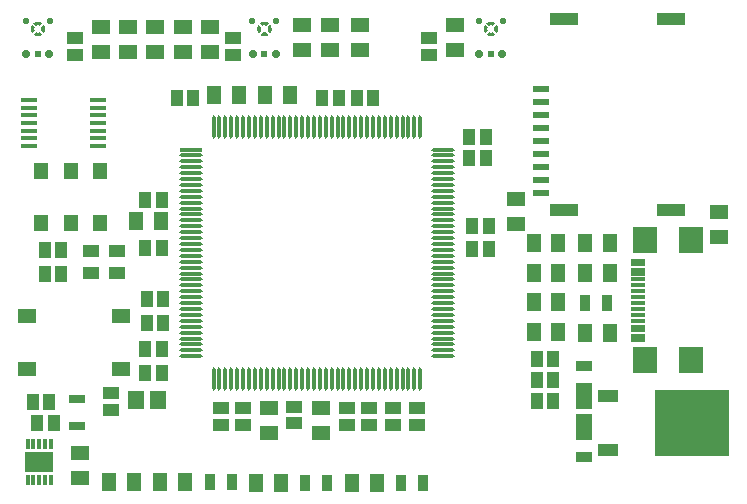
<source format=gbr>
%TF.GenerationSoftware,Altium Limited,Altium Designer,21.9.2 (33)*%
G04 Layer_Color=8421504*
%FSLAX45Y45*%
%MOMM*%
%TF.SameCoordinates,8C9FB855-A7A5-4AEE-82B0-D85B10D48A85*%
%TF.FilePolarity,Positive*%
%TF.FileFunction,Paste,Top*%
%TF.Part,Single*%
G01*
G75*
%TA.AperFunction,SMDPad,CuDef*%
%ADD11R,1.50000X1.20000*%
%TA.AperFunction,ConnectorPad*%
%ADD12R,1.15000X0.30000*%
%ADD13R,2.00000X2.18000*%
%ADD14R,1.40000X0.62000*%
%ADD15R,2.40000X1.10000*%
%TA.AperFunction,SMDPad,CuDef*%
%ADD16R,0.90000X1.40000*%
%ADD17R,1.10000X1.35000*%
%ADD18R,1.45000X0.75000*%
%ADD20C,0.72300*%
%ADD21C,0.56200*%
%ADD22C,0.61200*%
G04:AMPARAMS|DCode=23|XSize=0.31247mm|YSize=1.95524mm|CornerRadius=0.15624mm|HoleSize=0mm|Usage=FLASHONLY|Rotation=0.000|XOffset=0mm|YOffset=0mm|HoleType=Round|Shape=RoundedRectangle|*
%AMROUNDEDRECTD23*
21,1,0.31247,1.64277,0,0,0.0*
21,1,0.00000,1.95524,0,0,0.0*
1,1,0.31247,0.00000,-0.82138*
1,1,0.31247,0.00000,-0.82138*
1,1,0.31247,0.00000,0.82138*
1,1,0.31247,0.00000,0.82138*
%
%ADD23ROUNDEDRECTD23*%
G04:AMPARAMS|DCode=24|XSize=1.95524mm|YSize=0.31247mm|CornerRadius=0.15624mm|HoleSize=0mm|Usage=FLASHONLY|Rotation=0.000|XOffset=0mm|YOffset=0mm|HoleType=Round|Shape=RoundedRectangle|*
%AMROUNDEDRECTD24*
21,1,1.95524,0.00000,0,0,0.0*
21,1,1.64277,0.31247,0,0,0.0*
1,1,0.31247,0.82138,0.00000*
1,1,0.31247,-0.82138,0.00000*
1,1,0.31247,-0.82138,0.00000*
1,1,0.31247,0.82138,0.00000*
%
%ADD24ROUNDEDRECTD24*%
%ADD25R,1.95524X0.31247*%
%ADD26R,1.35000X1.10000*%
%ADD27R,6.35000X5.55000*%
%ADD28R,1.75000X1.00000*%
%ADD29R,1.20000X1.50000*%
%ADD30R,1.55000X1.30000*%
%ADD31R,1.45000X1.05000*%
%ADD32R,1.45490X1.55620*%
%ADD33R,1.20000X1.40000*%
%ADD34R,2.45000X1.70000*%
%ADD35R,0.30000X0.85000*%
%ADD36R,1.40000X0.90000*%
%ADD37R,1.40000X2.20000*%
%ADD38R,1.47500X0.45000*%
G36*
X15700415Y10484940D02*
X15703098Y10484735D01*
X15705769Y10484411D01*
X15708424Y10483968D01*
X15711057Y10483406D01*
X15713663Y10482727D01*
X15716232Y10481932D01*
X15718765Y10481022D01*
X15721255Y10480000D01*
X15723698Y10478868D01*
X15726086Y10477627D01*
X15728416Y10476280D01*
X15730685Y10474831D01*
X15732886Y10473281D01*
X15734605Y10471963D01*
X15712827Y10450183D01*
X15711885Y10450748D01*
X15710922Y10451277D01*
X15709943Y10451770D01*
X15708943Y10452225D01*
X15707928Y10452644D01*
X15706898Y10453024D01*
X15705855Y10453366D01*
X15704799Y10453668D01*
X15703732Y10453932D01*
X15702658Y10454155D01*
X15701576Y10454338D01*
X15700487Y10454480D01*
X15699394Y10454583D01*
X15698299Y10454644D01*
X15697200Y10454664D01*
X15696101Y10454644D01*
X15695006Y10454583D01*
X15693913Y10454480D01*
X15692824Y10454338D01*
X15691742Y10454155D01*
X15690668Y10453932D01*
X15689601Y10453668D01*
X15688545Y10453366D01*
X15687502Y10453024D01*
X15686472Y10452644D01*
X15685457Y10452225D01*
X15684457Y10451770D01*
X15683476Y10451277D01*
X15682515Y10450748D01*
X15681573Y10450183D01*
X15659795Y10471963D01*
X15662363Y10473897D01*
X15664590Y10475408D01*
X15666884Y10476818D01*
X15669237Y10478123D01*
X15671648Y10479322D01*
X15674107Y10480412D01*
X15676616Y10481390D01*
X15679164Y10482255D01*
X15681749Y10483005D01*
X15684364Y10483639D01*
X15687007Y10484155D01*
X15689668Y10484552D01*
X15692346Y10484829D01*
X15695033Y10484987D01*
X15697723Y10485023D01*
X15700415Y10484940D01*
D02*
G37*
G36*
X13782715D02*
X13785397Y10484735D01*
X13788071Y10484411D01*
X13790726Y10483968D01*
X13793356Y10483406D01*
X13795963Y10482727D01*
X13798534Y10481932D01*
X13801067Y10481022D01*
X13803555Y10480000D01*
X13805998Y10478868D01*
X13808386Y10477627D01*
X13810716Y10476280D01*
X13812985Y10474831D01*
X13815186Y10473281D01*
X13816907Y10471963D01*
X13795126Y10450183D01*
X13794185Y10450748D01*
X13793224Y10451277D01*
X13792242Y10451770D01*
X13791243Y10452225D01*
X13790228Y10452644D01*
X13789198Y10453024D01*
X13788155Y10453366D01*
X13787099Y10453668D01*
X13786034Y10453932D01*
X13784958Y10454155D01*
X13783876Y10454338D01*
X13782787Y10454480D01*
X13781694Y10454583D01*
X13780598Y10454644D01*
X13779500Y10454664D01*
X13778403Y10454644D01*
X13777306Y10454583D01*
X13776213Y10454480D01*
X13775124Y10454338D01*
X13774042Y10454155D01*
X13772968Y10453932D01*
X13771901Y10453668D01*
X13770845Y10453366D01*
X13769801Y10453024D01*
X13768771Y10452644D01*
X13767757Y10452225D01*
X13766759Y10451770D01*
X13765778Y10451277D01*
X13764815Y10450748D01*
X13763873Y10450183D01*
X13742094Y10471963D01*
X13744662Y10473897D01*
X13746890Y10475408D01*
X13749184Y10476818D01*
X13751537Y10478123D01*
X13753947Y10479322D01*
X13756409Y10480412D01*
X13758916Y10481390D01*
X13761464Y10482255D01*
X13764049Y10483005D01*
X13766666Y10483639D01*
X13769307Y10484155D01*
X13771970Y10484552D01*
X13774646Y10484829D01*
X13777333Y10484987D01*
X13780025Y10485023D01*
X13782715Y10484940D01*
D02*
G37*
G36*
X11865015D02*
X11867698Y10484735D01*
X11870370Y10484411D01*
X11873025Y10483968D01*
X11875657Y10483406D01*
X11878262Y10482727D01*
X11880833Y10481932D01*
X11883366Y10481022D01*
X11885856Y10480000D01*
X11888298Y10478868D01*
X11890686Y10477627D01*
X11893017Y10476280D01*
X11895285Y10474831D01*
X11897486Y10473281D01*
X11899206Y10471963D01*
X11877427Y10450183D01*
X11876485Y10450748D01*
X11875523Y10451277D01*
X11874542Y10451770D01*
X11873543Y10452225D01*
X11872528Y10452644D01*
X11871498Y10453024D01*
X11870455Y10453366D01*
X11869399Y10453668D01*
X11868333Y10453932D01*
X11867258Y10454155D01*
X11866176Y10454338D01*
X11865087Y10454480D01*
X11863994Y10454583D01*
X11862898Y10454644D01*
X11861800Y10454664D01*
X11860702Y10454644D01*
X11859606Y10454583D01*
X11858513Y10454480D01*
X11857424Y10454338D01*
X11856342Y10454155D01*
X11855267Y10453932D01*
X11854201Y10453668D01*
X11853145Y10453366D01*
X11852102Y10453024D01*
X11851072Y10452644D01*
X11850057Y10452225D01*
X11849058Y10451770D01*
X11848077Y10451277D01*
X11847115Y10450748D01*
X11846173Y10450183D01*
X11824394Y10471963D01*
X11826963Y10473897D01*
X11829191Y10475408D01*
X11831484Y10476818D01*
X11833837Y10478123D01*
X11836247Y10479322D01*
X11838708Y10480412D01*
X11841216Y10481390D01*
X11843764Y10482255D01*
X11846349Y10483005D01*
X11848965Y10483639D01*
X11851607Y10484155D01*
X11854269Y10484552D01*
X11856946Y10484829D01*
X11859633Y10484987D01*
X11862324Y10485023D01*
X11865015Y10484940D01*
D02*
G37*
G36*
X15734605Y10375938D02*
X15732886Y10374619D01*
X15730685Y10373070D01*
X15728416Y10371620D01*
X15726086Y10370274D01*
X15723698Y10369033D01*
X15721255Y10367901D01*
X15718765Y10366878D01*
X15716232Y10365969D01*
X15713663Y10365174D01*
X15711057Y10364494D01*
X15708424Y10363933D01*
X15705769Y10363489D01*
X15703098Y10363165D01*
X15700415Y10362961D01*
X15697723Y10362877D01*
X15695033Y10362914D01*
X15692346Y10363071D01*
X15689668Y10363349D01*
X15687007Y10363746D01*
X15684364Y10364261D01*
X15681749Y10364895D01*
X15679164Y10365645D01*
X15676616Y10366511D01*
X15674107Y10367489D01*
X15671648Y10368579D01*
X15669237Y10369778D01*
X15666884Y10371083D01*
X15664590Y10372493D01*
X15662363Y10374004D01*
X15659795Y10375938D01*
X15681573Y10397717D01*
X15682515Y10397152D01*
X15683476Y10396623D01*
X15684457Y10396131D01*
X15685457Y10395675D01*
X15686472Y10395256D01*
X15687502Y10394876D01*
X15688545Y10394534D01*
X15689601Y10394232D01*
X15690668Y10393969D01*
X15691742Y10393745D01*
X15692824Y10393562D01*
X15693913Y10393419D01*
X15695006Y10393317D01*
X15696101Y10393256D01*
X15697200Y10393236D01*
X15698299Y10393256D01*
X15699394Y10393317D01*
X15700487Y10393419D01*
X15701576Y10393562D01*
X15702658Y10393745D01*
X15703732Y10393969D01*
X15704799Y10394232D01*
X15705855Y10394534D01*
X15706898Y10394876D01*
X15707928Y10395256D01*
X15708943Y10395675D01*
X15709943Y10396131D01*
X15710922Y10396623D01*
X15711885Y10397152D01*
X15712827Y10397717D01*
X15734605Y10375938D01*
D02*
G37*
G36*
X13816907D02*
X13815186Y10374619D01*
X13812985Y10373070D01*
X13810716Y10371620D01*
X13808386Y10370274D01*
X13805998Y10369033D01*
X13803555Y10367901D01*
X13801067Y10366878D01*
X13798534Y10365969D01*
X13795963Y10365174D01*
X13793356Y10364494D01*
X13790726Y10363933D01*
X13788071Y10363489D01*
X13785397Y10363165D01*
X13782715Y10362961D01*
X13780025Y10362877D01*
X13777333Y10362914D01*
X13774646Y10363071D01*
X13771970Y10363349D01*
X13769307Y10363746D01*
X13766666Y10364261D01*
X13764049Y10364895D01*
X13761464Y10365645D01*
X13758916Y10366511D01*
X13756409Y10367489D01*
X13753947Y10368579D01*
X13751537Y10369778D01*
X13749184Y10371083D01*
X13746890Y10372493D01*
X13744662Y10374004D01*
X13742094Y10375938D01*
X13763873Y10397717D01*
X13764815Y10397152D01*
X13765778Y10396623D01*
X13766759Y10396131D01*
X13767757Y10395675D01*
X13768771Y10395256D01*
X13769801Y10394876D01*
X13770845Y10394534D01*
X13771901Y10394232D01*
X13772968Y10393969D01*
X13774042Y10393745D01*
X13775124Y10393562D01*
X13776213Y10393419D01*
X13777306Y10393317D01*
X13778403Y10393256D01*
X13779500Y10393236D01*
X13780598Y10393256D01*
X13781694Y10393317D01*
X13782787Y10393419D01*
X13783876Y10393562D01*
X13784958Y10393745D01*
X13786034Y10393969D01*
X13787099Y10394232D01*
X13788155Y10394534D01*
X13789198Y10394876D01*
X13790228Y10395256D01*
X13791243Y10395675D01*
X13792242Y10396131D01*
X13793224Y10396623D01*
X13794185Y10397152D01*
X13795126Y10397717D01*
X13816907Y10375938D01*
D02*
G37*
G36*
X11899206D02*
X11897486Y10374619D01*
X11895285Y10373070D01*
X11893017Y10371620D01*
X11890686Y10370274D01*
X11888298Y10369033D01*
X11885856Y10367901D01*
X11883366Y10366878D01*
X11880833Y10365969D01*
X11878262Y10365174D01*
X11875657Y10364494D01*
X11873025Y10363933D01*
X11870370Y10363489D01*
X11867698Y10363165D01*
X11865015Y10362961D01*
X11862324Y10362877D01*
X11859633Y10362914D01*
X11856946Y10363071D01*
X11854269Y10363349D01*
X11851607Y10363746D01*
X11848965Y10364261D01*
X11846349Y10364895D01*
X11843764Y10365645D01*
X11841216Y10366511D01*
X11838708Y10367489D01*
X11836247Y10368579D01*
X11833837Y10369778D01*
X11831484Y10371083D01*
X11829191Y10372493D01*
X11826963Y10374004D01*
X11824394Y10375938D01*
X11846173Y10397717D01*
X11847115Y10397152D01*
X11848077Y10396623D01*
X11849058Y10396131D01*
X11850057Y10395675D01*
X11851072Y10395256D01*
X11852102Y10394876D01*
X11853145Y10394534D01*
X11854201Y10394232D01*
X11855267Y10393969D01*
X11856342Y10393745D01*
X11857424Y10393562D01*
X11858513Y10393419D01*
X11859606Y10393317D01*
X11860702Y10393256D01*
X11861800Y10393236D01*
X11862898Y10393256D01*
X11863994Y10393317D01*
X11865087Y10393419D01*
X11866176Y10393562D01*
X11867258Y10393745D01*
X11868333Y10393969D01*
X11869399Y10394232D01*
X11870455Y10394534D01*
X11871498Y10394876D01*
X11872528Y10395256D01*
X11873543Y10395675D01*
X11874542Y10396131D01*
X11875523Y10396623D01*
X11876485Y10397152D01*
X11877427Y10397717D01*
X11899206Y10375938D01*
D02*
G37*
G36*
X15747125Y10458815D02*
X15748619Y10456618D01*
X15750014Y10454357D01*
X15751308Y10452036D01*
X15752496Y10449661D01*
X15753580Y10447235D01*
X15754555Y10444764D01*
X15755420Y10442252D01*
X15756174Y10439705D01*
X15756813Y10437126D01*
X15757338Y10434522D01*
X15757748Y10431897D01*
X15758040Y10429257D01*
X15758217Y10426606D01*
X15758275Y10423950D01*
X15758217Y10421294D01*
X15758040Y10418643D01*
X15757748Y10416003D01*
X15757338Y10413378D01*
X15756813Y10410774D01*
X15756174Y10408196D01*
X15755420Y10405648D01*
X15754555Y10403136D01*
X15753580Y10400665D01*
X15752496Y10398239D01*
X15751308Y10395864D01*
X15750014Y10393543D01*
X15748619Y10391282D01*
X15747125Y10389085D01*
X15745213Y10386544D01*
X15723433Y10408323D01*
X15723997Y10409265D01*
X15724527Y10410227D01*
X15725018Y10411208D01*
X15725475Y10412207D01*
X15725894Y10413222D01*
X15726274Y10414252D01*
X15726616Y10415295D01*
X15726920Y10416351D01*
X15727180Y10417417D01*
X15727405Y10418492D01*
X15727588Y10419574D01*
X15727731Y10420663D01*
X15727834Y10421756D01*
X15727895Y10422852D01*
X15727914Y10423950D01*
X15727895Y10425048D01*
X15727834Y10426144D01*
X15727731Y10427237D01*
X15727588Y10428326D01*
X15727405Y10429408D01*
X15727180Y10430483D01*
X15726920Y10431549D01*
X15726616Y10432605D01*
X15726274Y10433648D01*
X15725894Y10434678D01*
X15725475Y10435693D01*
X15725018Y10436692D01*
X15724527Y10437673D01*
X15723997Y10438635D01*
X15723433Y10439577D01*
X15745213Y10461356D01*
X15747125Y10458815D01*
D02*
G37*
G36*
X15670967Y10439577D02*
X15670403Y10438635D01*
X15669873Y10437673D01*
X15669382Y10436692D01*
X15668925Y10435693D01*
X15668506Y10434678D01*
X15668126Y10433648D01*
X15667784Y10432605D01*
X15667480Y10431549D01*
X15667220Y10430483D01*
X15666995Y10429408D01*
X15666812Y10428326D01*
X15666669Y10427237D01*
X15666566Y10426144D01*
X15666505Y10425048D01*
X15666486Y10423950D01*
X15666505Y10422852D01*
X15666566Y10421756D01*
X15666669Y10420663D01*
X15666812Y10419574D01*
X15666995Y10418492D01*
X15667220Y10417417D01*
X15667480Y10416351D01*
X15667784Y10415295D01*
X15668126Y10414252D01*
X15668506Y10413222D01*
X15668925Y10412207D01*
X15669382Y10411208D01*
X15669873Y10410227D01*
X15670403Y10409265D01*
X15670967Y10408323D01*
X15649187Y10386544D01*
X15647849Y10388292D01*
X15646281Y10390523D01*
X15644817Y10392822D01*
X15643457Y10395186D01*
X15642206Y10397609D01*
X15641068Y10400086D01*
X15640041Y10402612D01*
X15639131Y10405182D01*
X15638338Y10407791D01*
X15637665Y10410433D01*
X15637112Y10413103D01*
X15636681Y10415795D01*
X15636372Y10418504D01*
X15636188Y10421224D01*
X15636125Y10423950D01*
X15636188Y10426676D01*
X15636372Y10429396D01*
X15636681Y10432105D01*
X15637112Y10434797D01*
X15637665Y10437467D01*
X15638338Y10440109D01*
X15639131Y10442718D01*
X15640041Y10445288D01*
X15641068Y10447814D01*
X15642206Y10450291D01*
X15643457Y10452714D01*
X15644817Y10455077D01*
X15646281Y10457377D01*
X15647849Y10459608D01*
X15649187Y10461356D01*
X15670967Y10439577D01*
D02*
G37*
G36*
X13829427Y10458815D02*
X13830919Y10456618D01*
X13832314Y10454357D01*
X13833607Y10452036D01*
X13834798Y10449661D01*
X13835880Y10447235D01*
X13836855Y10444764D01*
X13837720Y10442252D01*
X13838474Y10439705D01*
X13839113Y10437126D01*
X13839638Y10434522D01*
X13840048Y10431897D01*
X13840340Y10429257D01*
X13840517Y10426606D01*
X13840575Y10423950D01*
X13840517Y10421294D01*
X13840340Y10418643D01*
X13840048Y10416003D01*
X13839638Y10413378D01*
X13839113Y10410774D01*
X13838474Y10408196D01*
X13837720Y10405648D01*
X13836855Y10403136D01*
X13835880Y10400665D01*
X13834798Y10398239D01*
X13833607Y10395864D01*
X13832314Y10393543D01*
X13830919Y10391282D01*
X13829427Y10389085D01*
X13827513Y10386544D01*
X13805733Y10408323D01*
X13806297Y10409265D01*
X13806827Y10410227D01*
X13807320Y10411208D01*
X13807774Y10412207D01*
X13808194Y10413222D01*
X13808574Y10414252D01*
X13808916Y10415295D01*
X13809219Y10416351D01*
X13809480Y10417417D01*
X13809705Y10418492D01*
X13809888Y10419574D01*
X13810031Y10420663D01*
X13810133Y10421756D01*
X13810194Y10422852D01*
X13810214Y10423950D01*
X13810194Y10425048D01*
X13810133Y10426144D01*
X13810031Y10427237D01*
X13809888Y10428326D01*
X13809705Y10429408D01*
X13809480Y10430483D01*
X13809219Y10431549D01*
X13808916Y10432605D01*
X13808574Y10433648D01*
X13808194Y10434678D01*
X13807774Y10435693D01*
X13807320Y10436692D01*
X13806827Y10437673D01*
X13806297Y10438635D01*
X13805733Y10439577D01*
X13827513Y10461356D01*
X13829427Y10458815D01*
D02*
G37*
G36*
X13753267Y10439577D02*
X13752702Y10438635D01*
X13752173Y10437673D01*
X13751682Y10436692D01*
X13751225Y10435693D01*
X13750806Y10434678D01*
X13750426Y10433648D01*
X13750084Y10432605D01*
X13749780Y10431549D01*
X13749519Y10430483D01*
X13749295Y10429408D01*
X13749112Y10428326D01*
X13748969Y10427237D01*
X13748866Y10426144D01*
X13748807Y10425048D01*
X13748785Y10423950D01*
X13748807Y10422852D01*
X13748866Y10421756D01*
X13748969Y10420663D01*
X13749112Y10419574D01*
X13749295Y10418492D01*
X13749519Y10417417D01*
X13749780Y10416351D01*
X13750084Y10415295D01*
X13750426Y10414252D01*
X13750806Y10413222D01*
X13751225Y10412207D01*
X13751682Y10411208D01*
X13752173Y10410227D01*
X13752702Y10409265D01*
X13753267Y10408323D01*
X13731487Y10386544D01*
X13730148Y10388292D01*
X13728581Y10390523D01*
X13727116Y10392822D01*
X13725757Y10395186D01*
X13724506Y10397609D01*
X13723367Y10400086D01*
X13722340Y10402612D01*
X13721431Y10405182D01*
X13720638Y10407791D01*
X13719965Y10410433D01*
X13719412Y10413103D01*
X13718980Y10415795D01*
X13718672Y10418504D01*
X13718488Y10421224D01*
X13718425Y10423950D01*
X13718488Y10426676D01*
X13718672Y10429396D01*
X13718980Y10432105D01*
X13719412Y10434797D01*
X13719965Y10437467D01*
X13720638Y10440109D01*
X13721431Y10442718D01*
X13722340Y10445288D01*
X13723367Y10447814D01*
X13724506Y10450291D01*
X13725757Y10452714D01*
X13727116Y10455077D01*
X13728581Y10457377D01*
X13730148Y10459608D01*
X13731487Y10461356D01*
X13753267Y10439577D01*
D02*
G37*
G36*
X11911726Y10458815D02*
X11913219Y10456618D01*
X11914614Y10454357D01*
X11915907Y10452036D01*
X11917097Y10449661D01*
X11918180Y10447235D01*
X11919155Y10444764D01*
X11920020Y10442252D01*
X11920773Y10439705D01*
X11921413Y10437126D01*
X11921938Y10434522D01*
X11922348Y10431897D01*
X11922640Y10429257D01*
X11922817Y10426606D01*
X11922875Y10423950D01*
X11922817Y10421294D01*
X11922640Y10418643D01*
X11922348Y10416003D01*
X11921938Y10413378D01*
X11921413Y10410774D01*
X11920773Y10408196D01*
X11920020Y10405648D01*
X11919155Y10403136D01*
X11918180Y10400665D01*
X11917097Y10398239D01*
X11915907Y10395864D01*
X11914614Y10393543D01*
X11913219Y10391282D01*
X11911726Y10389085D01*
X11909813Y10386544D01*
X11888033Y10408323D01*
X11888598Y10409265D01*
X11889127Y10410227D01*
X11889619Y10411208D01*
X11890075Y10412207D01*
X11890494Y10413222D01*
X11890874Y10414252D01*
X11891216Y10415295D01*
X11891519Y10416351D01*
X11891781Y10417417D01*
X11892005Y10418492D01*
X11892188Y10419574D01*
X11892331Y10420663D01*
X11892433Y10421756D01*
X11892494Y10422852D01*
X11892514Y10423950D01*
X11892494Y10425048D01*
X11892433Y10426144D01*
X11892331Y10427237D01*
X11892188Y10428326D01*
X11892005Y10429408D01*
X11891781Y10430483D01*
X11891519Y10431549D01*
X11891216Y10432605D01*
X11890874Y10433648D01*
X11890494Y10434678D01*
X11890075Y10435693D01*
X11889619Y10436692D01*
X11889127Y10437673D01*
X11888598Y10438635D01*
X11888033Y10439577D01*
X11909813Y10461356D01*
X11911726Y10458815D01*
D02*
G37*
G36*
X11835567Y10439577D02*
X11835002Y10438635D01*
X11834473Y10437673D01*
X11833981Y10436692D01*
X11833525Y10435693D01*
X11833106Y10434678D01*
X11832726Y10433648D01*
X11832384Y10432605D01*
X11832081Y10431549D01*
X11831819Y10430483D01*
X11831595Y10429408D01*
X11831412Y10428326D01*
X11831269Y10427237D01*
X11831167Y10426144D01*
X11831106Y10425048D01*
X11831086Y10423950D01*
X11831106Y10422852D01*
X11831167Y10421756D01*
X11831269Y10420663D01*
X11831412Y10419574D01*
X11831595Y10418492D01*
X11831819Y10417417D01*
X11832081Y10416351D01*
X11832384Y10415295D01*
X11832726Y10414252D01*
X11833106Y10413222D01*
X11833525Y10412207D01*
X11833981Y10411208D01*
X11834473Y10410227D01*
X11835002Y10409265D01*
X11835567Y10408323D01*
X11813787Y10386544D01*
X11812448Y10388292D01*
X11810881Y10390523D01*
X11809416Y10392822D01*
X11808057Y10395186D01*
X11806806Y10397609D01*
X11805667Y10400086D01*
X11804641Y10402612D01*
X11803731Y10405182D01*
X11802938Y10407791D01*
X11802265Y10410433D01*
X11801712Y10413103D01*
X11801281Y10415795D01*
X11800972Y10418504D01*
X11800787Y10421224D01*
X11800725Y10423950D01*
X11800787Y10426676D01*
X11800972Y10429396D01*
X11801281Y10432105D01*
X11801712Y10434797D01*
X11802265Y10437467D01*
X11802938Y10440109D01*
X11803731Y10442718D01*
X11804641Y10445288D01*
X11805667Y10447814D01*
X11806806Y10450291D01*
X11808057Y10452714D01*
X11809416Y10455077D01*
X11810881Y10457377D01*
X11812448Y10459608D01*
X11813787Y10461356D01*
X11835567Y10439577D01*
D02*
G37*
D11*
X17627600Y8871400D02*
D03*
Y8661400D02*
D03*
X15913100Y8982300D02*
D03*
Y8772300D02*
D03*
X13817599Y7000804D02*
D03*
Y7210801D02*
D03*
X14262100D02*
D03*
Y7000804D02*
D03*
X12395200Y10232796D02*
D03*
Y10442793D02*
D03*
X15392400Y10455499D02*
D03*
Y10245496D02*
D03*
X14097000Y10245500D02*
D03*
Y10455497D02*
D03*
X13093700Y10232796D02*
D03*
Y10442799D02*
D03*
X12623800D02*
D03*
Y10232796D02*
D03*
X12217400Y6835999D02*
D03*
Y6625996D02*
D03*
X14592300Y10245501D02*
D03*
Y10455504D02*
D03*
X14338300Y10245496D02*
D03*
Y10455499D02*
D03*
X12852400Y10232796D02*
D03*
Y10442793D02*
D03*
X13322301Y10442799D02*
D03*
Y10232796D02*
D03*
D12*
X16942297Y7792999D02*
D03*
Y7872999D02*
D03*
Y8003002D02*
D03*
Y8103001D02*
D03*
Y8152999D02*
D03*
Y8252998D02*
D03*
Y8383001D02*
D03*
Y8463001D02*
D03*
Y8432998D02*
D03*
Y8352998D02*
D03*
Y8303001D02*
D03*
Y8203001D02*
D03*
Y8052999D02*
D03*
Y7952999D02*
D03*
Y7903002D02*
D03*
Y7823002D02*
D03*
D13*
X17392802Y7616998D02*
D03*
Y8639002D02*
D03*
X16999799Y7616998D02*
D03*
Y8639002D02*
D03*
D14*
X16118500Y9913300D02*
D03*
Y9803303D02*
D03*
Y9693300D02*
D03*
Y9583303D02*
D03*
Y9473301D02*
D03*
Y9363304D02*
D03*
Y9253301D02*
D03*
Y9143304D02*
D03*
Y9033302D02*
D03*
D15*
X16318500Y8895304D02*
D03*
X17218497D02*
D03*
Y10510302D02*
D03*
X16318500D02*
D03*
D16*
X13315701Y6591300D02*
D03*
X13505704D02*
D03*
X14122400Y6578600D02*
D03*
X14312402D02*
D03*
X14935201D02*
D03*
X15125201D02*
D03*
X16491199Y8102600D02*
D03*
X16681201D02*
D03*
D17*
X12909702Y8566302D02*
D03*
X12769703D02*
D03*
X11957202Y7264400D02*
D03*
X11817203D02*
D03*
X11995302Y7086600D02*
D03*
X11855298D02*
D03*
X13036398Y9836302D02*
D03*
X13176398D02*
D03*
X14268303D02*
D03*
X14408302D02*
D03*
X14560403D02*
D03*
X14700401D02*
D03*
X15678302Y8559800D02*
D03*
X15538303D02*
D03*
X15652902Y9328302D02*
D03*
X15512903D02*
D03*
X15652902Y9506102D02*
D03*
X15512903D02*
D03*
X15678302Y8756802D02*
D03*
X15538303D02*
D03*
X12922401Y8134502D02*
D03*
X12782403D02*
D03*
X12922401Y7931302D02*
D03*
X12782403D02*
D03*
X11918798Y8350397D02*
D03*
X12058797D02*
D03*
X12769698Y7715402D02*
D03*
X12909697D02*
D03*
X12769698Y7512202D02*
D03*
X12909697D02*
D03*
X12058797Y8553602D02*
D03*
X11918798D02*
D03*
X12769703Y8972702D02*
D03*
X12909702D02*
D03*
X16224402Y7454900D02*
D03*
X16084402D02*
D03*
X16084398Y7632700D02*
D03*
X16224402D02*
D03*
Y7277100D02*
D03*
X16084398D02*
D03*
D18*
X12192000Y7060499D02*
D03*
Y7290501D02*
D03*
D20*
X15600600Y10213650D02*
D03*
X15793800D02*
D03*
X11958401D02*
D03*
X11765199D02*
D03*
X13876102D02*
D03*
X13682904D02*
D03*
D21*
X15595702Y10487350D02*
D03*
X15798698D02*
D03*
X11963298D02*
D03*
X11760297D02*
D03*
X13881003D02*
D03*
X13678001D02*
D03*
D22*
X15697200Y10213650D02*
D03*
X11861800D02*
D03*
X13779500D02*
D03*
D23*
X13349001Y9595749D02*
D03*
X13398997D02*
D03*
X13449001D02*
D03*
X13498997D02*
D03*
X13549001D02*
D03*
X13599004D02*
D03*
X13649001D02*
D03*
X13699002D02*
D03*
X13749001D02*
D03*
X13799002D02*
D03*
X13848999D02*
D03*
X13899002D02*
D03*
X13948999D02*
D03*
X13999002D02*
D03*
X14048999D02*
D03*
X14099002D02*
D03*
X14148999D02*
D03*
X14199001D02*
D03*
X14248999D02*
D03*
X14299001D02*
D03*
X14348997D02*
D03*
X14399001D02*
D03*
X14448997D02*
D03*
X14499001D02*
D03*
X14548997D02*
D03*
X14599001D02*
D03*
X14648997D02*
D03*
X14699001D02*
D03*
X14748997D02*
D03*
X14799001D02*
D03*
X14849004D02*
D03*
X14899001D02*
D03*
X14949002D02*
D03*
X14999001D02*
D03*
X15049002D02*
D03*
X15099001D02*
D03*
Y7460656D02*
D03*
X15049002D02*
D03*
X14999001D02*
D03*
X14949002D02*
D03*
X14899001D02*
D03*
X14849004D02*
D03*
X14799001D02*
D03*
X14748997D02*
D03*
X14699001D02*
D03*
X14648997D02*
D03*
X14599001D02*
D03*
X14548997D02*
D03*
X14499001D02*
D03*
X14448997D02*
D03*
X14399001D02*
D03*
X14348997D02*
D03*
X14299001D02*
D03*
X14248999D02*
D03*
X14199001D02*
D03*
X14148999D02*
D03*
X14099002D02*
D03*
X14048999D02*
D03*
X13999002D02*
D03*
X13948999D02*
D03*
X13899002D02*
D03*
X13848999D02*
D03*
X13799002D02*
D03*
X13749001D02*
D03*
X13699002D02*
D03*
X13649001D02*
D03*
X13599004D02*
D03*
X13549001D02*
D03*
X13498997D02*
D03*
X13449001D02*
D03*
X13398997D02*
D03*
X13349001D02*
D03*
D24*
X15291547Y9403202D02*
D03*
Y9353205D02*
D03*
Y9303202D02*
D03*
Y9253205D02*
D03*
Y9203202D02*
D03*
Y9153205D02*
D03*
Y9103203D02*
D03*
Y9053200D02*
D03*
Y9003203D02*
D03*
Y8953200D02*
D03*
Y8903203D02*
D03*
Y8853200D02*
D03*
Y8803203D02*
D03*
Y8753201D02*
D03*
Y8703203D02*
D03*
Y8653201D02*
D03*
Y8603204D02*
D03*
Y8553201D02*
D03*
Y8503204D02*
D03*
Y8453201D02*
D03*
Y8403204D02*
D03*
Y8353201D02*
D03*
Y8303204D02*
D03*
Y8253202D02*
D03*
Y8203204D02*
D03*
Y8153202D02*
D03*
Y8103205D02*
D03*
Y8053202D02*
D03*
Y8003205D02*
D03*
Y7953202D02*
D03*
Y7903205D02*
D03*
Y7853202D02*
D03*
Y7803200D02*
D03*
Y7753203D02*
D03*
Y7703200D02*
D03*
Y7653203D02*
D03*
X13156453D02*
D03*
Y7703200D02*
D03*
Y7753203D02*
D03*
Y7803200D02*
D03*
Y7853202D02*
D03*
Y7903205D02*
D03*
Y7953202D02*
D03*
Y8003205D02*
D03*
Y8053202D02*
D03*
Y8103205D02*
D03*
Y8153202D02*
D03*
Y8203204D02*
D03*
Y8253202D02*
D03*
Y8303204D02*
D03*
Y8353201D02*
D03*
Y8403204D02*
D03*
Y8453201D02*
D03*
Y8503204D02*
D03*
Y8553201D02*
D03*
Y8603204D02*
D03*
Y8653201D02*
D03*
Y8703203D02*
D03*
Y8753201D02*
D03*
Y8803203D02*
D03*
Y8853200D02*
D03*
Y8903203D02*
D03*
Y8953200D02*
D03*
Y9003203D02*
D03*
Y9053200D02*
D03*
Y9103203D02*
D03*
Y9153205D02*
D03*
Y9203202D02*
D03*
Y9253205D02*
D03*
Y9303202D02*
D03*
Y9353205D02*
D03*
D25*
Y9403202D02*
D03*
D26*
X12179300Y10204303D02*
D03*
Y10344302D02*
D03*
X15074899Y7213905D02*
D03*
Y7073905D02*
D03*
X14668500Y7213900D02*
D03*
Y7073900D02*
D03*
X14871700D02*
D03*
Y7213900D02*
D03*
X14478000Y7073900D02*
D03*
Y7213900D02*
D03*
X14033501Y7226605D02*
D03*
Y7086605D02*
D03*
X13411200Y7213905D02*
D03*
Y7073905D02*
D03*
X13601700Y7213905D02*
D03*
Y7073900D02*
D03*
X12484100Y7340900D02*
D03*
Y7200900D02*
D03*
X15176500Y10344302D02*
D03*
Y10204298D02*
D03*
X13512801Y10344302D02*
D03*
Y10204303D02*
D03*
D27*
X17399001Y7086600D02*
D03*
D28*
X16688998Y6858102D02*
D03*
Y7315098D02*
D03*
D29*
X13916000Y6578600D02*
D03*
X13706003D02*
D03*
X13106598Y6591300D02*
D03*
X12896600D02*
D03*
X14728799Y6578600D02*
D03*
X14518803D02*
D03*
X13788802Y9861702D02*
D03*
X13998804D02*
D03*
X13357001D02*
D03*
X13566998D02*
D03*
X12906599Y8794902D02*
D03*
X12696596D02*
D03*
X12468001Y6591300D02*
D03*
X12678004D02*
D03*
X16703899Y7848600D02*
D03*
X16493901D02*
D03*
X16268700Y8610600D02*
D03*
X16058704D02*
D03*
Y7861300D02*
D03*
X16268700D02*
D03*
X16058704Y8115300D02*
D03*
X16268700D02*
D03*
X16058704Y8356600D02*
D03*
X16268700D02*
D03*
X16493901Y8610600D02*
D03*
X16703905D02*
D03*
Y8356600D02*
D03*
X16493901D02*
D03*
D30*
X11769100Y7991201D02*
D03*
X12564100D02*
D03*
X11769100Y7541199D02*
D03*
X12564100D02*
D03*
D31*
X12528103Y8359506D02*
D03*
X12313102D02*
D03*
Y8544504D02*
D03*
X12528103D02*
D03*
D32*
X12696337Y7283602D02*
D03*
X12881464D02*
D03*
D33*
X12391202Y9224300D02*
D03*
X12141200D02*
D03*
X11891198D02*
D03*
X12391202Y8784300D02*
D03*
X12141200D02*
D03*
X11891198D02*
D03*
D34*
X11874500Y6756400D02*
D03*
D35*
X11974500Y6606398D02*
D03*
X11924502D02*
D03*
X11874500D02*
D03*
X11824503D02*
D03*
X11774500D02*
D03*
Y6906402D02*
D03*
X11824503D02*
D03*
X11874500D02*
D03*
X11924502D02*
D03*
X11974500D02*
D03*
D36*
X16484599Y7569200D02*
D03*
Y6796898D02*
D03*
D37*
Y7314199D02*
D03*
Y7051899D02*
D03*
D38*
X12371502Y9821601D02*
D03*
Y9756602D02*
D03*
Y9691599D02*
D03*
Y9626600D02*
D03*
Y9561601D02*
D03*
Y9496598D02*
D03*
Y9431599D02*
D03*
X11783898D02*
D03*
Y9496598D02*
D03*
Y9561601D02*
D03*
Y9626600D02*
D03*
Y9691599D02*
D03*
Y9756602D02*
D03*
Y9821601D02*
D03*
%TF.MD5,1d67ea925e05797bae4925f5b3a7a170*%
M02*

</source>
